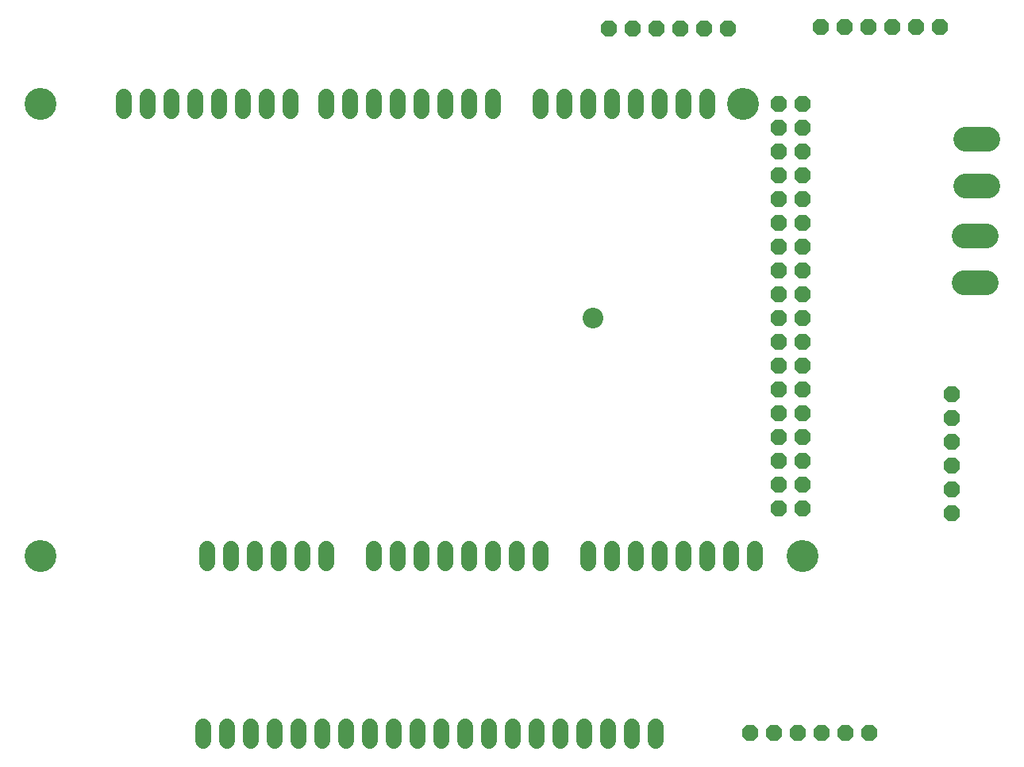
<source format=gbs>
G75*
%MOIN*%
%OFA0B0*%
%FSLAX25Y25*%
%IPPOS*%
%LPD*%
%AMOC8*
5,1,8,0,0,1.08239X$1,22.5*
%
%ADD10OC8,0.06800*%
%ADD11C,0.10170*%
%ADD12C,0.06800*%
%ADD13C,0.13398*%
%ADD14C,0.08674*%
D10*
X0363031Y0041497D03*
X0373031Y0041497D03*
X0383031Y0041497D03*
X0393031Y0041497D03*
X0403031Y0041497D03*
X0413031Y0041497D03*
X0447756Y0133859D03*
X0447756Y0143859D03*
X0447756Y0153859D03*
X0447756Y0163859D03*
X0447756Y0173859D03*
X0447756Y0183859D03*
X0385000Y0185906D03*
X0375000Y0185906D03*
X0375000Y0175906D03*
X0385000Y0175906D03*
X0385000Y0165906D03*
X0375000Y0165906D03*
X0375000Y0155906D03*
X0385000Y0155906D03*
X0385000Y0145906D03*
X0375000Y0145906D03*
X0375000Y0135906D03*
X0385000Y0135906D03*
X0385000Y0195906D03*
X0375000Y0195906D03*
X0375000Y0205906D03*
X0385000Y0205906D03*
X0385000Y0215906D03*
X0375000Y0215906D03*
X0375000Y0225906D03*
X0385000Y0225906D03*
X0385000Y0235906D03*
X0375000Y0235906D03*
X0375000Y0245906D03*
X0385000Y0245906D03*
X0385000Y0255906D03*
X0375000Y0255906D03*
X0375000Y0265906D03*
X0385000Y0265906D03*
X0385000Y0275906D03*
X0375000Y0275906D03*
X0375000Y0285906D03*
X0385000Y0285906D03*
X0385000Y0295906D03*
X0375000Y0295906D03*
X0375000Y0305906D03*
X0385000Y0305906D03*
X0353622Y0337678D03*
X0343622Y0337678D03*
X0333622Y0337678D03*
X0323622Y0337678D03*
X0313622Y0337678D03*
X0303622Y0337678D03*
X0392756Y0338190D03*
X0402756Y0338190D03*
X0412756Y0338190D03*
X0422756Y0338190D03*
X0432756Y0338190D03*
X0442756Y0338190D03*
D11*
X0453425Y0291261D02*
X0462795Y0291261D01*
X0462795Y0271576D02*
X0453425Y0271576D01*
X0452598Y0250709D02*
X0461969Y0250709D01*
X0461969Y0231024D02*
X0452598Y0231024D01*
D12*
X0133543Y0044300D02*
X0133543Y0038300D01*
X0143543Y0038300D02*
X0143543Y0044300D01*
X0153543Y0044300D02*
X0153543Y0038300D01*
X0163543Y0038300D02*
X0163543Y0044300D01*
X0173543Y0044300D02*
X0173543Y0038300D01*
X0183543Y0038300D02*
X0183543Y0044300D01*
X0193543Y0044300D02*
X0193543Y0038300D01*
X0203543Y0038300D02*
X0203543Y0044300D01*
X0213543Y0044300D02*
X0213543Y0038300D01*
X0223543Y0038300D02*
X0223543Y0044300D01*
X0233543Y0044300D02*
X0233543Y0038300D01*
X0243543Y0038300D02*
X0243543Y0044300D01*
X0253543Y0044300D02*
X0253543Y0038300D01*
X0263543Y0038300D02*
X0263543Y0044300D01*
X0273543Y0044300D02*
X0273543Y0038300D01*
X0283543Y0038300D02*
X0283543Y0044300D01*
X0293543Y0044300D02*
X0293543Y0038300D01*
X0303543Y0038300D02*
X0303543Y0044300D01*
X0313543Y0044300D02*
X0313543Y0038300D01*
X0323543Y0038300D02*
X0323543Y0044300D01*
X0325000Y0112906D02*
X0325000Y0118906D01*
X0315000Y0118906D02*
X0315000Y0112906D01*
X0305000Y0112906D02*
X0305000Y0118906D01*
X0295000Y0118906D02*
X0295000Y0112906D01*
X0275000Y0112906D02*
X0275000Y0118906D01*
X0265000Y0118906D02*
X0265000Y0112906D01*
X0255000Y0112906D02*
X0255000Y0118906D01*
X0245000Y0118906D02*
X0245000Y0112906D01*
X0235000Y0112906D02*
X0235000Y0118906D01*
X0225000Y0118906D02*
X0225000Y0112906D01*
X0215000Y0112906D02*
X0215000Y0118906D01*
X0205000Y0118906D02*
X0205000Y0112906D01*
X0185000Y0112906D02*
X0185000Y0118906D01*
X0175000Y0118906D02*
X0175000Y0112906D01*
X0165000Y0112906D02*
X0165000Y0118906D01*
X0155000Y0118906D02*
X0155000Y0112906D01*
X0145000Y0112906D02*
X0145000Y0118906D01*
X0135000Y0118906D02*
X0135000Y0112906D01*
X0335000Y0112906D02*
X0335000Y0118906D01*
X0345000Y0118906D02*
X0345000Y0112906D01*
X0355000Y0112906D02*
X0355000Y0118906D01*
X0365000Y0118906D02*
X0365000Y0112906D01*
X0345000Y0302906D02*
X0345000Y0308906D01*
X0335000Y0308906D02*
X0335000Y0302906D01*
X0325000Y0302906D02*
X0325000Y0308906D01*
X0315000Y0308906D02*
X0315000Y0302906D01*
X0305000Y0302906D02*
X0305000Y0308906D01*
X0295000Y0308906D02*
X0295000Y0302906D01*
X0285000Y0302906D02*
X0285000Y0308906D01*
X0275000Y0308906D02*
X0275000Y0302906D01*
X0255000Y0302906D02*
X0255000Y0308906D01*
X0245000Y0308906D02*
X0245000Y0302906D01*
X0235000Y0302906D02*
X0235000Y0308906D01*
X0225000Y0308906D02*
X0225000Y0302906D01*
X0215000Y0302906D02*
X0215000Y0308906D01*
X0205000Y0308906D02*
X0205000Y0302906D01*
X0195000Y0302906D02*
X0195000Y0308906D01*
X0185000Y0308906D02*
X0185000Y0302906D01*
X0170000Y0302906D02*
X0170000Y0308906D01*
X0160000Y0308906D02*
X0160000Y0302906D01*
X0150000Y0302906D02*
X0150000Y0308906D01*
X0140000Y0308906D02*
X0140000Y0302906D01*
X0130000Y0302906D02*
X0130000Y0308906D01*
X0120000Y0308906D02*
X0120000Y0302906D01*
X0110000Y0302906D02*
X0110000Y0308906D01*
X0100000Y0308906D02*
X0100000Y0302906D01*
D13*
X0065000Y0305906D03*
X0065000Y0115906D03*
X0360000Y0305906D03*
X0385000Y0115906D03*
D14*
X0297000Y0215906D03*
M02*

</source>
